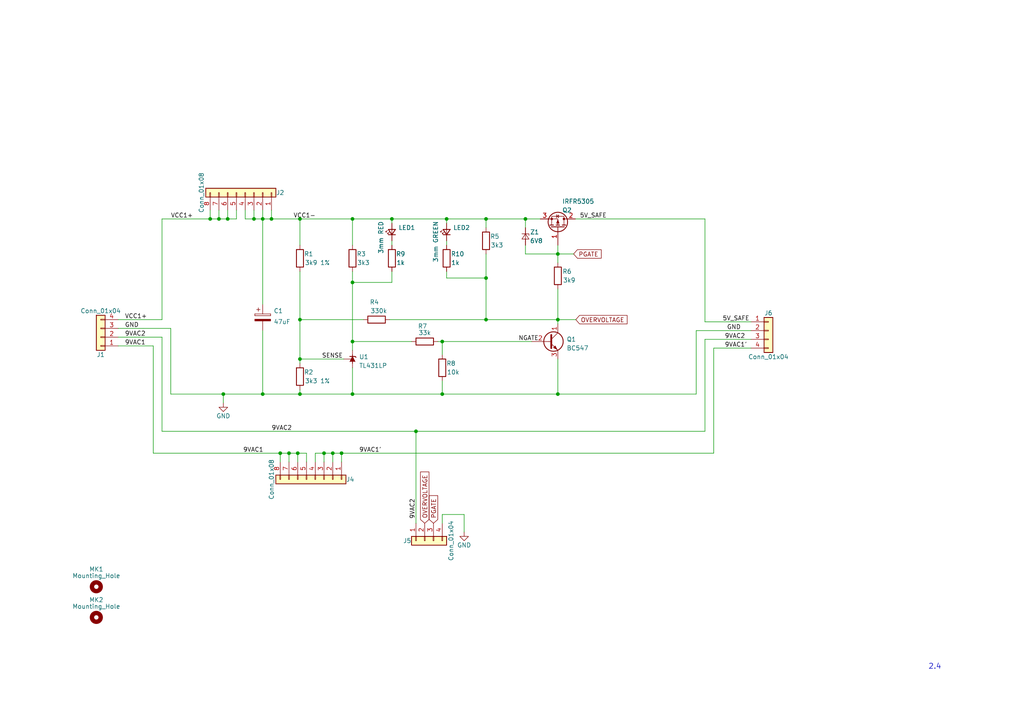
<source format=kicad_sch>
(kicad_sch (version 20230121) (generator eeschema)
  (paper "A4")
  (title_block (title "C64 Saver2 THT") (date "2023-04-02") (rev "2.6"))
  (lib_symbols
    (symbol "C64Saver2-rescue:CP" (pin_numbers hide) (pin_names (offset 0.254))
      (property "Reference" "C" (at 0.635 2.54 0))
      (property "Value" "CP" (at 0.635 -2.54 0))
      (symbol "CP_0_1"
        (rectangle (start -2.286 0.508) (end -2.286 1.016))
        (rectangle (start -2.286 0.508) (end 2.286 0.508))
        (polyline (pts (xy -1.778 2.286) (xy -0.762 2.286)))
        (polyline (pts (xy -1.27 2.794) (xy -1.27 1.778)))
        (rectangle (start 2.286 -0.508) (end -2.286 -1.016) (fill (type outline)))
        (rectangle (start 2.286 1.016) (end -2.286 1.016))
        (rectangle (start 2.286 1.016) (end 2.286 0.508))
      )
      (symbol "CP_1_1"
        (pin passive line (at 0 3.81 270) (length 2.794) (name "~") (number "1"))
        (pin passive line (at 0 -3.81 90) (length 2.794) (name "~") (number "2"))
      )
    )
    (symbol "C64Saver2-rescue:Conn_01x04" (pin_names (offset 1.016) hide)
      (property "Reference" "J" (at 0 5.08 0))
      (property "Value" "Conn_01x04" (at 0 -7.62 0))
      (symbol "Conn_01x04_1_1"
        (rectangle (start -1.27 -4.953) (end 0 -5.207) (stroke (width 0.1524)))
        (rectangle (start -1.27 -2.413) (end 0 -2.667) (stroke (width 0.1524)))
        (rectangle (start -1.27 0.127) (end 0 -0.127) (stroke (width 0.1524)))
        (rectangle (start -1.27 2.667) (end 0 2.413) (stroke (width 0.1524)))
        (rectangle (start -1.27 3.81) (end 1.27 -6.35) (stroke (width 0.254)) (fill (type background)))
        (pin passive line (at -5.08 2.54 0) (length 3.81) (name "Pin_1") (number "1"))
        (pin passive line (at -5.08 0 0) (length 3.81) (name "Pin_2") (number "2"))
        (pin passive line (at -5.08 -2.54 0) (length 3.81) (name "Pin_3") (number "3"))
        (pin passive line (at -5.08 -5.08 0) (length 3.81) (name "Pin_4") (number "4"))
      )
    )
    (symbol "C64Saver2-rescue:Conn_01x08" (pin_names (offset 1.016) hide)
      (property "Reference" "J" (at 0 10.16 0))
      (property "Value" "Conn_01x08" (at 0 -12.7 0))
      (symbol "Conn_01x08_1_1"
        (rectangle (start -1.27 -10.033) (end 0 -10.287) (stroke (width 0.1524)))
        (rectangle (start -1.27 -7.493) (end 0 -7.747) (stroke (width 0.1524)))
        (rectangle (start -1.27 -4.953) (end 0 -5.207) (stroke (width 0.1524)))
        (rectangle (start -1.27 -2.413) (end 0 -2.667) (stroke (width 0.1524)))
        (rectangle (start -1.27 0.127) (end 0 -0.127) (stroke (width 0.1524)))
        (rectangle (start -1.27 2.667) (end 0 2.413) (stroke (width 0.1524)))
        (rectangle (start -1.27 5.207) (end 0 4.953) (stroke (width 0.1524)))
        (rectangle (start -1.27 7.747) (end 0 7.493) (stroke (width 0.1524)))
        (rectangle (start -1.27 8.89) (end 1.27 -11.43) (stroke (width 0.254)) (fill (type background)))
        (pin passive line (at -5.08 7.62 0) (length 3.81) (name "Pin_1") (number "1"))
        (pin passive line (at -5.08 5.08 0) (length 3.81) (name "Pin_2") (number "2"))
        (pin passive line (at -5.08 2.54 0) (length 3.81) (name "Pin_3") (number "3"))
        (pin passive line (at -5.08 0 0) (length 3.81) (name "Pin_4") (number "4"))
        (pin passive line (at -5.08 -2.54 0) (length 3.81) (name "Pin_5") (number "5"))
        (pin passive line (at -5.08 -5.08 0) (length 3.81) (name "Pin_6") (number "6"))
        (pin passive line (at -5.08 -7.62 0) (length 3.81) (name "Pin_7") (number "7"))
        (pin passive line (at -5.08 -10.16 0) (length 3.81) (name "Pin_8") (number "8"))
      )
    )
    (symbol "C64Saver2-rescue:D_Zener_Small" (pin_numbers hide) (pin_names (offset 0.254) hide)
      (property "Reference" "D" (at 0 2.286 0))
      (property "Value" "D_Zener_Small" (at 0 -2.286 0))
      (symbol "D_Zener_Small_0_1"
        (polyline (pts (xy 0.762 0) (xy -0.762 0)))
        (polyline (pts (xy -0.254 1.016) (xy -0.762 1.016) (xy -0.762 -1.016)))
        (polyline (pts (xy 0.762 1.016) (xy -0.762 0) (xy 0.762 -1.016) (xy 0.762 1.016)))
      )
      (symbol "D_Zener_Small_1_1"
        (pin passive line (at -2.54 0 0) (length 1.778) (name "K") (number "1"))
        (pin passive line (at 2.54 0 180) (length 1.778) (name "A") (number "2"))
      )
    )
    (symbol "C64Saver2-rescue:Mounting_Hole" (pin_names (offset 1.016))
      (property "Reference" "MK" (at 0 5.08 0))
      (property "Value" "Mounting_Hole" (at 0 3.175 0))
      (symbol "Mounting_Hole_0_1"
        (circle (center 0 0) (radius 1.27) (stroke (width 1.27)))
      )
    )
    (symbol "C64Saver2-rescue:Q_PMOS_GDS" (pin_names (offset 0) hide)
      (property "Reference" "Q" (at 5.08 1.27 0))
      (property "Value" "Q_PMOS_GDS" (at 5.08 -1.27 0))
      (symbol "Q_PMOS_GDS_0_1"
        (polyline (pts (xy 0.0508 0) (xy 0.254 0)))
        (polyline (pts (xy 0.762 -1.778) (xy 2.54 -1.778)))
        (polyline (pts (xy 0.762 -1.27) (xy 0.762 -2.286)) (stroke (width 0.254)))
        (polyline (pts (xy 0.762 0) (xy 2.54 0)))
        (polyline (pts (xy 0.762 0.508) (xy 0.762 -0.508)) (stroke (width 0.254)))
        (polyline (pts (xy 0.762 1.778) (xy 2.54 1.778)))
        (polyline (pts (xy 0.762 2.286) (xy 0.762 1.27)) (stroke (width 0.254)))
        (polyline (pts (xy 2.54 -1.778) (xy 2.54 -2.54)))
        (polyline (pts (xy 2.54 -1.778) (xy 2.54 0)))
        (polyline (pts (xy 2.54 2.54) (xy 2.54 1.778)))
        (polyline (pts (xy 0.254 1.905) (xy 0.254 -1.905) (xy 0.254 -1.905)) (stroke (width 0.254)))
        (polyline (pts (xy 2.286 0) (xy 1.27 -0.381) (xy 1.27 0.381) (xy 2.286 0)) (fill (type outline)))
        (polyline (pts (xy 2.54 -1.778) (xy 3.302 -1.778) (xy 3.302 1.778) (xy 2.54 1.778)))
        (polyline (pts (xy 2.794 -0.508) (xy 2.921 -0.381) (xy 3.683 -0.381) (xy 3.81 -0.254)))
        (polyline (pts (xy 3.302 -0.381) (xy 2.921 0.254) (xy 3.683 0.254) (xy 3.302 -0.381)))
        (circle (center 1.651 0) (radius 2.8194) (stroke (width 0.254)))
        (circle (center 2.54 -1.778) (radius 0.2794) (fill (type outline)))
        (circle (center 2.54 1.778) (radius 0.2794) (fill (type outline)))
      )
      (symbol "Q_PMOS_GDS_1_1"
        (pin input line (at -5.08 0 0) (length 5.08) (name "G") (number "1"))
        (pin passive line (at 2.54 5.08 270) (length 2.54) (name "D") (number "2"))
        (pin passive line (at 2.54 -5.08 90) (length 2.54) (name "S") (number "3"))
      )
    )
    (symbol "C64Saver2-rescue:R" (pin_numbers hide) (pin_names (offset 0))
      (property "Reference" "R" (at 2.032 0 90))
      (property "Value" "R" (at 0 0 90))
      (symbol "R_0_1"
        (rectangle (start -1.016 -2.54) (end 1.016 2.54) (stroke (width 0.254)))
      )
      (symbol "R_1_1"
        (pin passive line (at 0 3.81 270) (length 1.27) (name "~") (number "1"))
        (pin passive line (at 0 -3.81 90) (length 1.27) (name "~") (number "2"))
      )
    )
    (symbol "Device:LED_Small" (pin_numbers hide) (pin_names (offset 0.254) hide)
      (property "Reference" "D" (at -1.27 3.175 0))
      (property "Value" "LED_Small" (at -4.445 -2.54 0))
      (symbol "LED_Small_0_1"
        (polyline (pts (xy -0.762 -1.016) (xy -0.762 1.016)) (stroke (width 0.254)))
        (polyline (pts (xy 1.016 0) (xy -0.762 0)))
        (polyline (pts (xy 0.762 -1.016) (xy -0.762 0) (xy 0.762 1.016) (xy 0.762 -1.016)) (stroke (width 0.254)))
        (polyline (pts (xy 0 0.762) (xy -0.508 1.27) (xy -0.254 1.27) (xy -0.508 1.27) (xy -0.508 1.016)))
        (polyline (pts (xy 0.508 1.27) (xy 0 1.778) (xy 0.254 1.778) (xy 0 1.778) (xy 0 1.524)))
      )
      (symbol "LED_Small_1_1"
        (pin passive line (at -2.54 0 0) (length 1.778) (name "K") (number "1"))
        (pin passive line (at 2.54 0 180) (length 1.778) (name "A") (number "2"))
      )
    )
    (symbol "Reference_Voltage:TL431LP" (pin_numbers hide) (pin_names hide)
      (property "Reference" "U" (at -2.54 2.54 0))
      (property "Value" "TL431LP" (at 0 -2.54 0))
      (symbol "TL431LP_0_1"
        (polyline (pts (xy -1.27 0) (xy 0 0) (xy 1.27 0)))
        (polyline (pts (xy -0.762 0.762) (xy 0.762 0) (xy -0.762 -0.762)) (fill (type outline)))
        (polyline (pts (xy 0.508 -1.016) (xy 0.762 -0.762) (xy 0.762 0.762) (xy 0.762 0.762)) (stroke (width 0.254)))
      )
      (symbol "TL431LP_1_1"
        (pin passive line (at 0 2.54 270) (length 2.54) (name "REF") (number "1"))
        (pin passive line (at -2.54 0 0) (length 2.54) (name "A") (number "2"))
        (pin passive line (at 2.54 0 180) (length 2.54) (name "K") (number "3"))
      )
    )
    (symbol "Transistor_BJT:BC547" (pin_names (offset 0) hide)
      (property "Reference" "Q" (at 5.08 1.905 0))
      (property "Value" "BC547" (at 5.08 0 0))
      (symbol "BC547_0_1"
        (polyline (pts (xy 0 0) (xy 0.635 0)))
        (polyline (pts (xy 0.635 0.635) (xy 2.54 2.54)))
        (polyline (pts (xy 0.635 -0.635) (xy 2.54 -2.54) (xy 2.54 -2.54)))
        (polyline (pts (xy 0.635 1.905) (xy 0.635 -1.905) (xy 0.635 -1.905)) (stroke (width 0.508)))
        (polyline (pts (xy 1.27 -1.778) (xy 1.778 -1.27) (xy 2.286 -2.286) (xy 1.27 -1.778) (xy 1.27 -1.778)) (fill (type outline)))
        (circle (center 1.27 0) (radius 2.8194) (stroke (width 0.254)))
      )
      (symbol "BC547_1_1"
        (pin passive line (at 2.54 5.08 270) (length 2.54) (name "C") (number "1"))
        (pin input line (at -5.08 0 0) (length 5.08) (name "B") (number "2"))
        (pin passive line (at 2.54 -5.08 90) (length 2.54) (name "E") (number "3"))
      )
    )
    (symbol "power:GND" (power) (pin_names (offset 0))
      (property "Value" "GND" (at 0 -3.81 0))
      (symbol "GND_0_1"
        (polyline (pts (xy 0 0) (xy 0 -1.27) (xy 1.27 -1.27) (xy 0 -2.54) (xy -1.27 -1.27) (xy 0 -1.27)))
      )
      (symbol "GND_1_1"
        (pin power_in line (at 0 0 270) (length 0) hide (name "GND") (number "1"))
      )
    )
  )
  (junction (at 161.798 114.3))
  (junction (at 140.97 63.5))
  (junction (at 161.798 73.66))
  (junction (at 63.5 63.5))
  (junction (at 86.995 104.14))
  (junction (at 128.27 114.3))
  (junction (at 102.235 63.5))
  (junction (at 99.06 131.445))
  (junction (at 66.04 63.5))
  (junction (at 78.74 63.5))
  (junction (at 81.28 131.445))
  (junction (at 76.2 114.3))
  (junction (at 76.2 63.5))
  (junction (at 73.66 63.5))
  (junction (at 102.235 99.06))
  (junction (at 60.96 63.5))
  (junction (at 140.97 92.71))
  (junction (at 152.4 63.5))
  (junction (at 86.36 131.445))
  (junction (at 96.52 131.445))
  (junction (at 120.65 125.095))
  (junction (at 102.235 81.915))
  (junction (at 102.235 114.3))
  (junction (at 128.27 99.06))
  (junction (at 86.995 92.71))
  (junction (at 86.995 63.5))
  (junction (at 86.995 114.3))
  (junction (at 93.98 131.445))
  (junction (at 83.82 131.445))
  (junction (at 140.97 80.645))
  (junction (at 129.54 63.5))
  (junction (at 64.77 114.3))
  (junction (at 161.798 92.71))
  (junction (at 113.665 63.5))
  (wire (pts (xy 34.29 100.33) (xy 44.45 100.33)))
  (wire (pts (xy 127 99.06) (xy 128.27 99.06)))
  (wire (pts (xy 129.54 63.5) (xy 140.97 63.5)))
  (wire (pts (xy 134.62 154.305) (xy 134.62 149.225)))
  (wire (pts (xy 86.995 114.3) (xy 86.995 113.03)))
  (wire (pts (xy 78.74 63.5) (xy 78.74 60.96)))
  (wire (pts (xy 152.4 73.66) (xy 161.798 73.66)))
  (wire (pts (xy 86.995 78.74) (xy 86.995 92.71)))
  (wire (pts (xy 60.96 63.5) (xy 63.5 63.5)))
  (wire (pts (xy 152.4 71.12) (xy 152.4 73.66)))
  (wire (pts (xy 102.235 63.5) (xy 113.665 63.5)))
  (wire (pts (xy 63.5 63.5) (xy 66.04 63.5)))
  (wire (pts (xy 46.99 92.71) (xy 46.99 63.5)))
  (wire (pts (xy 49.53 114.3) (xy 64.77 114.3)))
  (wire (pts (xy 60.96 60.96) (xy 60.96 63.5)))
  (wire (pts (xy 64.77 116.84) (xy 64.77 114.3)))
  (wire (pts (xy 113.665 69.85) (xy 113.665 71.12)))
  (wire (pts (xy 49.53 95.25) (xy 49.53 114.3)))
  (wire (pts (xy 64.77 114.3) (xy 76.2 114.3)))
  (wire (pts (xy 81.28 131.445) (xy 83.82 131.445)))
  (wire (pts (xy 102.235 99.06) (xy 102.235 101.6)))
  (wire (pts (xy 93.98 131.445) (xy 96.52 131.445)))
  (wire (pts (xy 128.27 110.49) (xy 128.27 114.3)))
  (wire (pts (xy 129.54 78.74) (xy 129.54 80.645)))
  (wire (pts (xy 63.5 63.5) (xy 63.5 60.96)))
  (wire (pts (xy 113.665 78.74) (xy 113.665 81.915)))
  (wire (pts (xy 119.38 99.06) (xy 102.235 99.06)))
  (wire (pts (xy 128.27 102.87) (xy 128.27 99.06)))
  (wire (pts (xy 129.54 80.645) (xy 140.97 80.645)))
  (wire (pts (xy 91.44 131.445) (xy 93.98 131.445)))
  (wire (pts (xy 81.28 133.985) (xy 81.28 131.445)))
  (wire (pts (xy 129.54 69.85) (xy 129.54 71.12)))
  (wire (pts (xy 83.82 131.445) (xy 86.36 131.445)))
  (wire (pts (xy 128.27 99.06) (xy 154.178 99.06)))
  (wire (pts (xy 102.235 63.5) (xy 102.235 71.12)))
  (wire (pts (xy 128.27 149.225) (xy 128.27 151.765)))
  (wire (pts (xy 99.06 131.445) (xy 207.01 131.445)))
  (wire (pts (xy 140.97 92.71) (xy 161.798 92.71)))
  (wire (pts (xy 102.235 114.3) (xy 102.235 106.68)))
  (wire (pts (xy 71.12 60.96) (xy 71.12 63.5)))
  (wire (pts (xy 204.47 63.5) (xy 166.878 63.5)))
  (wire (pts (xy 76.2 63.5) (xy 78.74 63.5)))
  (wire (pts (xy 134.62 149.225) (xy 128.27 149.225)))
  (wire (pts (xy 76.2 95.885) (xy 76.2 114.3)))
  (wire (pts (xy 46.99 125.095) (xy 46.99 97.79)))
  (wire (pts (xy 96.52 131.445) (xy 96.52 133.985)))
  (wire (pts (xy 76.2 63.5) (xy 76.2 88.265)))
  (wire (pts (xy 68.58 63.5) (xy 68.58 60.96)))
  (wire (pts (xy 113.665 63.5) (xy 113.665 64.77)))
  (wire (pts (xy 140.97 73.66) (xy 140.97 80.645)))
  (wire (pts (xy 201.93 114.3) (xy 201.93 95.885)))
  (wire (pts (xy 78.74 63.5) (xy 86.995 63.5)))
  (wire (pts (xy 86.36 131.445) (xy 88.9 131.445)))
  (wire (pts (xy 217.805 93.345) (xy 204.47 93.345)))
  (wire (pts (xy 140.97 63.5) (xy 140.97 66.04)))
  (wire (pts (xy 204.47 125.095) (xy 204.47 98.425)))
  (wire (pts (xy 102.235 81.915) (xy 102.235 99.06)))
  (wire (pts (xy 46.99 63.5) (xy 60.96 63.5)))
  (wire (pts (xy 161.798 92.71) (xy 161.798 93.98)))
  (wire (pts (xy 93.98 133.985) (xy 93.98 131.445)))
  (wire (pts (xy 66.04 63.5) (xy 66.04 60.96)))
  (wire (pts (xy 73.66 63.5) (xy 76.2 63.5)))
  (wire (pts (xy 128.27 114.3) (xy 161.798 114.3)))
  (wire (pts (xy 113.03 92.71) (xy 140.97 92.71)))
  (wire (pts (xy 102.235 114.3) (xy 128.27 114.3)))
  (wire (pts (xy 86.995 114.3) (xy 102.235 114.3)))
  (wire (pts (xy 161.798 83.82) (xy 161.798 92.71)))
  (wire (pts (xy 96.52 131.445) (xy 99.06 131.445)))
  (wire (pts (xy 86.995 63.5) (xy 102.235 63.5)))
  (wire (pts (xy 161.798 92.71) (xy 167.005 92.71)))
  (wire (pts (xy 161.798 73.66) (xy 166.37 73.66)))
  (wire (pts (xy 140.97 63.5) (xy 152.4 63.5)))
  (wire (pts (xy 71.12 63.5) (xy 73.66 63.5)))
  (wire (pts (xy 120.65 125.095) (xy 120.65 151.765)))
  (wire (pts (xy 44.45 100.33) (xy 44.45 131.445)))
  (wire (pts (xy 46.99 97.79) (xy 34.29 97.79)))
  (wire (pts (xy 140.97 80.645) (xy 140.97 92.71)))
  (wire (pts (xy 113.665 81.915) (xy 102.235 81.915)))
  (wire (pts (xy 66.04 63.5) (xy 68.58 63.5)))
  (wire (pts (xy 207.01 131.445) (xy 207.01 100.965)))
  (wire (pts (xy 204.47 98.425) (xy 217.805 98.425)))
  (wire (pts (xy 73.66 60.96) (xy 73.66 63.5)))
  (wire (pts (xy 152.4 63.5) (xy 156.718 63.5)))
  (wire (pts (xy 86.995 92.71) (xy 105.41 92.71)))
  (wire (pts (xy 76.2 60.96) (xy 76.2 63.5)))
  (wire (pts (xy 161.798 114.3) (xy 161.798 104.14)))
  (wire (pts (xy 161.798 73.66) (xy 161.798 76.2)))
  (wire (pts (xy 204.47 93.345) (xy 204.47 63.5)))
  (wire (pts (xy 102.235 78.74) (xy 102.235 81.915)))
  (wire (pts (xy 99.06 131.445) (xy 99.06 133.985)))
  (wire (pts (xy 207.01 100.965) (xy 217.805 100.965)))
  (wire (pts (xy 34.29 95.25) (xy 49.53 95.25)))
  (wire (pts (xy 161.798 71.12) (xy 161.798 73.66)))
  (wire (pts (xy 129.54 63.5) (xy 129.54 64.77)))
  (wire (pts (xy 86.995 92.71) (xy 86.995 104.14)))
  (wire (pts (xy 88.9 131.445) (xy 88.9 133.985)))
  (wire (pts (xy 201.93 95.885) (xy 217.805 95.885)))
  (wire (pts (xy 86.995 63.5) (xy 86.995 71.12)))
  (wire (pts (xy 113.665 63.5) (xy 129.54 63.5)))
  (wire (pts (xy 86.36 131.445) (xy 86.36 133.985)))
  (wire (pts (xy 161.798 114.3) (xy 201.93 114.3)))
  (wire (pts (xy 86.995 104.14) (xy 86.995 105.41)))
  (wire (pts (xy 152.4 66.04) (xy 152.4 63.5)))
  (wire (pts (xy 46.99 125.095) (xy 120.65 125.095)))
  (wire (pts (xy 44.45 131.445) (xy 81.28 131.445)))
  (wire (pts (xy 76.2 114.3) (xy 86.995 114.3)))
  (wire (pts (xy 91.44 131.445) (xy 91.44 133.985)))
  (wire (pts (xy 34.29 92.71) (xy 46.99 92.71)))
  (wire (pts (xy 86.995 104.14) (xy 99.695 104.14)))
  (wire (pts (xy 83.82 133.985) (xy 83.82 131.445)))
  (wire (pts (xy 120.65 125.095) (xy 204.47 125.095)))
  (text "2.4" (at 269.24 194.31 0) (effects (font (size 1.524 1.524)) (justify left bottom)))
  (label "VCC1+" (at 49.53 63.5 0) (effects (font (size 1.2446 1.2446))))
  (label "NGATE" (at 150.368 99.06 0) (effects (font (size 1.2446 1.2446))))
  (label "9VAC1" (at 70.485 131.445 0) (effects (font (size 1.2446 1.2446))))
  (label "SENSE" (at 93.345 104.14 0) (effects (font (size 1.2446 1.2446))))
  (label "GND" (at 36.195 95.25 0))
  (label "9VAC1'" (at 104.14 131.445 0) (effects (font (size 1.2446 1.2446))))
  (label "9VAC1'" (at 210.185 100.965 0) (effects (font (size 1.2446 1.2446))))
  (label "9VAC2" (at 120.65 150.495 90) (effects (font (size 1.2446 1.2446))))
  (label "9VAC2" (at 210.185 98.425 0) (effects (font (size 1.2446 1.2446))))
  (label "9VAC2" (at 36.195 97.79 0))
  (label "GND" (at 210.82 95.885 0))
  (label "5V_SAFE" (at 168.148 63.5 0) (effects (font (size 1.2446 1.2446))))
  (label "VCC1+" (at 36.195 92.71 0) (effects (font (size 1.2446 1.2446))))
  (label "VCC1-" (at 85.09 63.5 0) (effects (font (size 1.2446 1.2446))))
  (label "9VAC1" (at 36.195 100.33 0))
  (label "9VAC2" (at 78.74 125.095 0) (effects (font (size 1.2446 1.2446))))
  (label "5V_SAFE" (at 209.55 93.345 0) (effects (font (size 1.2446 1.2446))))
  (global_label "OVERVOLTAGE" (shape input) (at 123.19 151.765 90) (effects (font (size 1.2446 1.2446))) (property "Intersheetrefs" "${INTERSHEET_REFS}" (effects hide)))
  (global_label "PGATE" (shape input) (at 166.37 73.66 0) (effects (font (size 1.2446 1.2446))) (property "Intersheetrefs" "${INTERSHEET_REFS}" (effects hide)))
  (global_label "OVERVOLTAGE" (shape input) (at 167.005 92.71 0) (effects (font (size 1.2446 1.2446))) (property "Intersheetrefs" "${INTERSHEET_REFS}" (effects hide)))
  (global_label "PGATE" (shape input) (at 125.73 151.765 90) (effects (font (size 1.2446 1.2446))) (property "Intersheetrefs" "${INTERSHEET_REFS}" (effects hide)))
  (symbol (lib_id "C64Saver2-rescue:CP") (at 76.2 92.075 0) (unit 1)
    (property "Reference" "C1" (at 79.375 90.17 0) (effects (justify left)))
    (property "Value" "47uF" (at 79.375 93.345 0) (effects (justify left)))
    (property "Footprint" "Capacitors_THT:CP_Radial_D6.3mm_P2.50mm" (effects hide))
    (property "kessler" "572309;0 " (effects hide))
  )
  (symbol (lib_id "C64Saver2-rescue:R") (at 86.995 74.93 0) (unit 1)
    (property "Reference" "R1" (at 89.535 73.66 0))
    (property "Value" "3k9 1%" (at 92.075 76.2 0))
    (property "Footprint" "Resistor_THT:R_Axial_DIN0204_L3.6mm_D1.6mm_P5.08mm_Horizontal" (effects hide))
    (property "kessler" "550563;0 " (effects hide))
  )
  (symbol (lib_id "C64Saver2-rescue:Conn_01x04") (at 222.885 95.885 0) (unit 1)
    (property "Reference" "J6" (at 222.885 90.805 0))
    (property "Value" "Conn_01x04" (at 222.885 103.505 0))
    (property "Footprint" "Connectors_Terminal_Blocks:TerminalBlock_bornier-4_P5.08mm" (effects hide))
    (property "Mouser" "not used" (effects hide))
  )
  (symbol (lib_id "C64Saver2-rescue:Conn_01x04") (at 29.21 97.79 180) (unit 1)
    (property "Reference" "J1" (at 29.21 102.87 0))
    (property "Value" "Conn_01x04" (at 29.21 90.17 0))
    (property "Footprint" "Connectors_Terminal_Blocks:TerminalBlock_bornier-4_P5.08mm" (effects hide))
    (property "Mouser" "not used" (effects hide))
  )
  (symbol (lib_id "C64Saver2-rescue:R") (at 86.995 109.22 0) (unit 1)
    (property "Reference" "R2" (at 89.535 107.95 0))
    (property "Value" "3k3 1%" (at 92.075 110.49 0))
    (property "Footprint" "Resistor_THT:R_Axial_DIN0204_L3.6mm_D1.6mm_P5.08mm_Horizontal" (effects hide))
    (property "Mouser" "RN55D3301FB14" (effects hide))
    (property "kessler" "550561;0 " (effects hide))
  )
  (symbol (lib_id "C64Saver2-rescue:R") (at 102.235 74.93 0) (unit 1)
    (property "Reference" "R3" (at 104.775 73.66 0))
    (property "Value" "3k3" (at 105.41 76.2 0))
    (property "Footprint" "Resistor_THT:R_Axial_DIN0204_L3.6mm_D1.6mm_P5.08mm_Horizontal" (effects hide))
    (property "Mouser" "RN55D3301FB14" (effects hide))
    (property "kessler" "550561;0 " (effects hide))
  )
  (symbol (lib_id "C64Saver2-rescue:R") (at 161.798 80.01 0) (unit 1)
    (property "Reference" "R6" (at 164.465 78.74 0))
    (property "Value" "3k9" (at 165.1 81.28 0))
    (property "Footprint" "Resistor_THT:R_Axial_DIN0204_L3.6mm_D1.6mm_P5.08mm_Horizontal" (effects hide))
    (property "kessler" "550563;0 " (effects hide))
  )
  (symbol (lib_id "C64Saver2-rescue:R") (at 140.97 69.85 0) (unit 1)
    (property "Reference" "R5" (at 143.51 68.58 0))
    (property "Value" "3k3" (at 144.145 71.12 0))
    (property "Footprint" "Resistor_THT:R_Axial_DIN0204_L3.6mm_D1.6mm_P5.08mm_Horizontal" (effects hide))
    (property "Mouser" "RN55D3301FB14" (effects hide))
    (property "kessler" "550561;0 " (effects hide))
  )
  (symbol (lib_id "C64Saver2-rescue:D_Zener_Small") (at 152.4 68.58 270) (unit 1)
    (property "Reference" "Z1" (at 155.067 67.31 90))
    (property "Value" "6V8" (at 155.575 69.85 90))
    (property "Footprint" "Diode_THT:D_DO-35_SOD27_P7.62mm_Horizontal" (effects hide))
    (property "kessler" "511511;0 " (effects hide))
  )
  (symbol (lib_id "C64Saver2-rescue:R") (at 109.22 92.71 90) (unit 1)
    (property "Reference" "R4" (at 108.585 87.63 90))
    (property "Value" "330k" (at 109.855 90.17 90))
    (property "Footprint" "Resistor_THT:R_Axial_DIN0204_L3.6mm_D1.6mm_P5.08mm_Horizontal" (effects hide))
    (property "kessler" "550609;0 " (effects hide))
  )
  (symbol (lib_id "power:GND") (at 64.77 116.84 0) (unit 1)
    (property "Reference" "#PWR01" (effects hide))
    (property "Value" "GND" (at 64.77 120.65 0))
  )
  (symbol (lib_id "C64Saver2-rescue:Mounting_Hole") (at 27.94 170.18 0) (unit 1) (in_bom no)
    (property "Reference" "MK1" (at 27.94 165.1 0))
    (property "Value" "Mounting_Hole" (at 27.94 167.005 0))
    (property "Footprint" "Mounting_Holes:MountingHole_2.5mm" (effects hide))
    (property "Mouser" "-" (effects hide))
    (property "kessler" "-" (effects hide))
  )
  (symbol (lib_id "C64Saver2-rescue:Mounting_Hole") (at 27.94 179.07 0) (unit 1) (in_bom no)
    (property "Reference" "MK2" (at 27.94 173.99 0))
    (property "Value" "Mounting_Hole" (at 27.94 175.895 0))
    (property "Footprint" "Mounting_Holes:MountingHole_2.5mm" (effects hide))
    (property "Mouser" "-" (effects hide))
    (property "kessler" "-" (effects hide))
  )
  (symbol (lib_id "C64Saver2-rescue:Q_PMOS_GDS") (at 161.798 66.04 270) (mirror x) (unit 1)
    (property "Reference" "Q2" (at 163.068 60.96 90) (effects (justify left)))
    (property "Value" "IRFR5305" (at 163.068 58.42 90) (effects (justify left)))
    (property "Footprint" "TO_SOT_Packages_SMD:ATPAK-2" (effects hide))
    (property "kessler" "503060;0 " (effects hide))
  )
  (symbol (lib_id "C64Saver2-rescue:Conn_01x08") (at 71.12 55.88 270) (mirror x) (unit 1)
    (property "Reference" "J2" (at 81.28 55.88 90))
    (property "Value" "Conn_01x08" (at 58.42 55.88 0))
    (property "Footprint" "Pin_Headers:Pin_Header_Straight_1x08_Pitch2.54mm" (effects hide))
  )
  (symbol (lib_id "C64Saver2-rescue:Conn_01x08") (at 91.44 139.065 270) (unit 1)
    (property "Reference" "J4" (at 101.6 139.065 90))
    (property "Value" "Conn_01x08" (at 78.74 139.065 0))
    (property "Footprint" "Pin_Headers:Pin_Header_Straight_1x08_Pitch2.54mm" (effects hide))
  )
  (symbol (lib_id "C64Saver2-rescue:Conn_01x04") (at 123.19 156.845 90) (mirror x) (unit 1)
    (property "Reference" "J5" (at 118.11 156.845 90))
    (property "Value" "Conn_01x04" (at 130.81 156.845 0))
    (property "Footprint" "Pin_Headers:Pin_Header_Straight_1x04_Pitch2.54mm" (effects hide))
  )
  (symbol (lib_id "power:GND") (at 134.62 154.305 0) (unit 1)
    (property "Reference" "#PWR02" (effects hide))
    (property "Value" "GND" (at 134.62 158.115 0))
  )
  (symbol (lib_id "C64Saver2-rescue:R") (at 123.19 99.06 90) (unit 1)
    (property "Reference" "R7" (at 122.555 94.615 90))
    (property "Value" "33k" (at 123.19 96.52 90))
    (property "Footprint" "Resistor_THT:R_Axial_DIN0207_L6.3mm_D2.5mm_P7.62mm_Horizontal" (effects hide))
    (property "kessler" "550585;0 " (effects hide))
  )
  (symbol (lib_id "C64Saver2-rescue:R") (at 128.27 106.68 0) (unit 1)
    (property "Reference" "R8" (at 130.81 105.41 0))
    (property "Value" "10k" (at 131.445 107.95 0))
    (property "Footprint" "Resistor_THT:R_Axial_DIN0204_L3.6mm_D1.6mm_P5.08mm_Horizontal" (effects hide))
    (property "kessler" "550573;0 " (effects hide))
  )
  (symbol (lib_id "Device:LED_Small") (at 129.54 67.31 90) (unit 1)
    (property "Reference" "LED2" (at 131.445 66.04 90) (effects (justify right)))
    (property "Value" "3mm GREEN" (at 126.365 64.135 0) (effects (justify right)))
    (property "Footprint" "LED_THT:LED_D3.0mm" (effects hide))
    (property "Mouser" "WP710A10LZGCK" (effects hide))
    (property "kessler" "513512;0 " (effects hide))
  )
  (symbol (lib_id "Reference_Voltage:TL431LP") (at 102.235 104.14 90) (unit 1)
    (property "Reference" "U1" (at 104.14 103.505 90) (effects (justify right)))
    (property "Value" "TL431LP" (at 104.14 106.045 90) (effects (justify right)))
    (property "Footprint" "Package_TO_SOT_THT:TO-92_Inline" (effects hide))
    (property "Datasheet" "http://www.ti.com/lit/ds/symlink/tl431.pdf" (effects hide))
    (property "kessler" "528636;0 " (effects hide))
  )
  (symbol (lib_id "Transistor_BJT:BC547") (at 159.258 99.06 0) (unit 1)
    (property "Reference" "Q1" (at 164.338 98.425 0) (effects (justify left)))
    (property "Value" "BC547" (at 164.338 100.965 0) (effects (justify left)))
    (property "Footprint" "Package_TO_SOT_THT:TO-92_Inline" (effects hide))
    (property "Datasheet" "https://www.onsemi.com/pub/Collateral/BC550-D.pdf" (effects hide))
    (property "kessler" "500326;0 " (effects hide))
  )
  (symbol (lib_id "Device:LED_Small") (at 113.665 67.31 90) (unit 1)
    (property "Reference" "LED1" (at 115.57 66.04 90) (effects (justify right)))
    (property "Value" "3mm RED" (at 110.49 64.135 0) (effects (justify right)))
    (property "Footprint" "LED_THT:LED_D3.0mm" (effects hide))
    (property "Mouser" "WP710A10LSECK/J3" (effects hide))
    (property "kessler" "513513;0 " (effects hide))
  )
  (symbol (lib_id "C64Saver2-rescue:R") (at 113.665 74.93 0) (unit 1)
    (property "Reference" "R9" (at 116.205 73.66 0))
    (property "Value" "1k" (at 116.205 76.2 0))
    (property "Footprint" "Resistor_THT:R_Axial_DIN0204_L3.6mm_D1.6mm_P5.08mm_Horizontal" (effects hide))
    (property "kessler" "550549;0 " (effects hide))
  )
  (symbol (lib_id "C64Saver2-rescue:R") (at 129.54 74.93 0) (unit 1)
    (property "Reference" "R10" (at 132.715 73.66 0))
    (property "Value" "1k" (at 132.08 76.2 0))
    (property "Footprint" "Resistor_THT:R_Axial_DIN0204_L3.6mm_D1.6mm_P5.08mm_Horizontal" (effects hide))
    (property "kessler" "550549;0 " (effects hide))
  )
)
</source>
